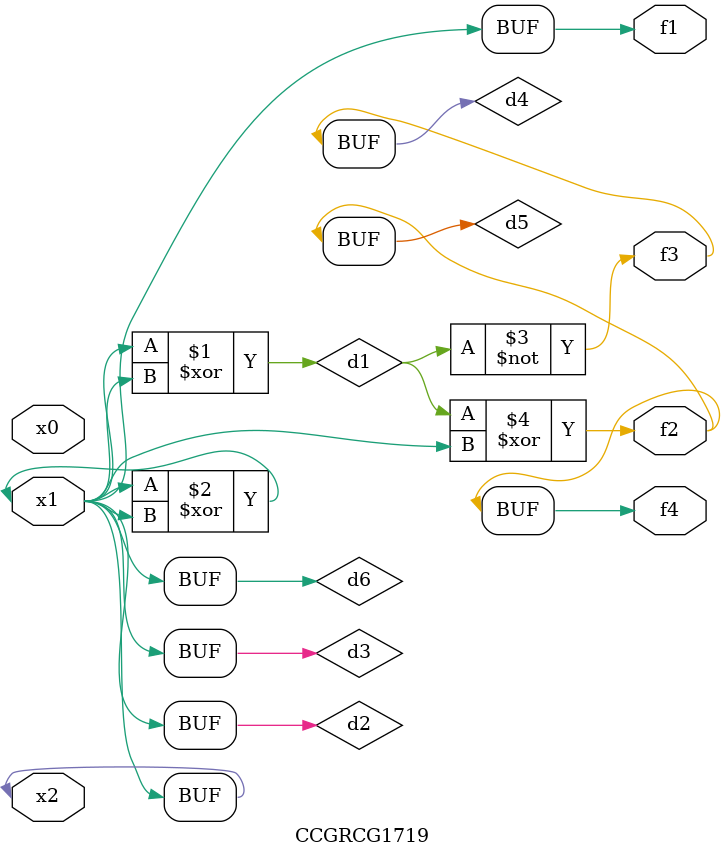
<source format=v>
module CCGRCG1719(
	input x0, x1, x2,
	output f1, f2, f3, f4
);

	wire d1, d2, d3, d4, d5, d6;

	xor (d1, x1, x2);
	buf (d2, x1, x2);
	xor (d3, x1, x2);
	nor (d4, d1);
	xor (d5, d1, d2);
	buf (d6, d2, d3);
	assign f1 = d6;
	assign f2 = d5;
	assign f3 = d4;
	assign f4 = d5;
endmodule

</source>
